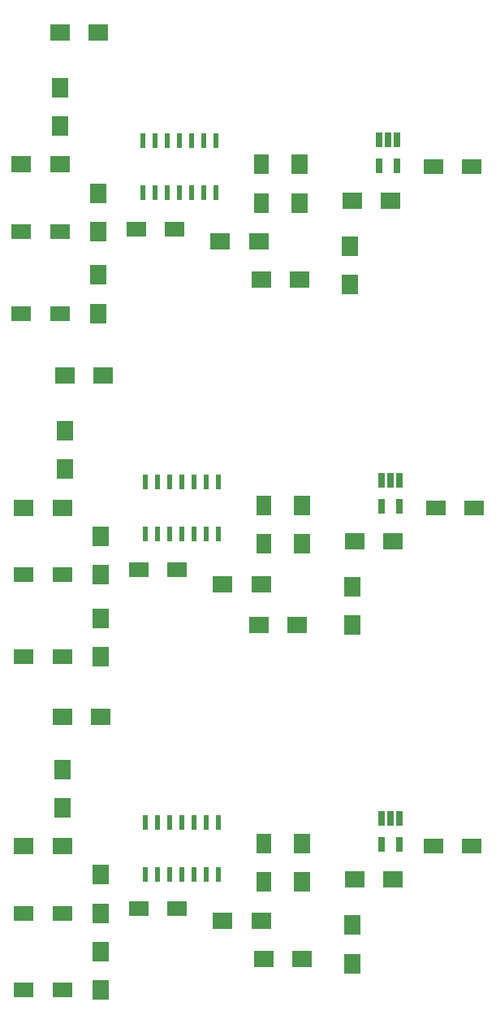
<source format=gtp>
G04 #@! TF.GenerationSoftware,KiCad,Pcbnew,(5.0.2)-1*
G04 #@! TF.CreationDate,2020-02-06T14:51:52-05:00*
G04 #@! TF.ProjectId,piezo_V2,7069657a-6f5f-4563-922e-6b696361645f,rev?*
G04 #@! TF.SameCoordinates,Original*
G04 #@! TF.FileFunction,Paste,Top*
G04 #@! TF.FilePolarity,Positive*
%FSLAX46Y46*%
G04 Gerber Fmt 4.6, Leading zero omitted, Abs format (unit mm)*
G04 Created by KiCad (PCBNEW (5.0.2)-1) date 2/6/2020 2:51:52 PM*
%MOMM*%
%LPD*%
G01*
G04 APERTURE LIST*
%ADD10R,2.000000X1.600000*%
%ADD11R,1.600000X2.000000*%
%ADD12R,2.000000X1.700000*%
%ADD13R,1.700000X2.000000*%
%ADD14R,0.600000X1.500000*%
%ADD15R,0.650000X1.560000*%
G04 APERTURE END LIST*
D10*
G04 #@! TO.C,C1*
X142500000Y-61500000D03*
X138500000Y-61500000D03*
G04 #@! TD*
G04 #@! TO.C,C2*
X169500000Y-55000000D03*
X173500000Y-55000000D03*
G04 #@! TD*
D11*
G04 #@! TO.C,C3*
X151500000Y-58750000D03*
X151500000Y-54750000D03*
G04 #@! TD*
D10*
G04 #@! TO.C,C4*
X126500000Y-61750000D03*
X130500000Y-61750000D03*
G04 #@! TD*
G04 #@! TO.C,C5*
X126500000Y-70250000D03*
X130500000Y-70250000D03*
G04 #@! TD*
G04 #@! TO.C,C6*
X142750000Y-97000000D03*
X138750000Y-97000000D03*
G04 #@! TD*
G04 #@! TO.C,C7*
X169750000Y-90500000D03*
X173750000Y-90500000D03*
G04 #@! TD*
D11*
G04 #@! TO.C,C8*
X151750000Y-94250000D03*
X151750000Y-90250000D03*
G04 #@! TD*
D10*
G04 #@! TO.C,C9*
X126750000Y-97500000D03*
X130750000Y-97500000D03*
G04 #@! TD*
G04 #@! TO.C,C10*
X126750000Y-106000000D03*
X130750000Y-106000000D03*
G04 #@! TD*
G04 #@! TO.C,C11*
X142750000Y-132250000D03*
X138750000Y-132250000D03*
G04 #@! TD*
G04 #@! TO.C,C12*
X169500000Y-125750000D03*
X173500000Y-125750000D03*
G04 #@! TD*
D11*
G04 #@! TO.C,C13*
X151750000Y-129500000D03*
X151750000Y-125500000D03*
G04 #@! TD*
D10*
G04 #@! TO.C,C14*
X126750000Y-132750000D03*
X130750000Y-132750000D03*
G04 #@! TD*
G04 #@! TO.C,C15*
X126750000Y-140750000D03*
X130750000Y-140750000D03*
G04 #@! TD*
D12*
G04 #@! TO.C,R1*
X126500000Y-54750000D03*
X130500000Y-54750000D03*
G04 #@! TD*
D13*
G04 #@! TO.C,R2*
X134500000Y-57750000D03*
X134500000Y-61750000D03*
G04 #@! TD*
G04 #@! TO.C,R3*
X134500000Y-66250000D03*
X134500000Y-70250000D03*
G04 #@! TD*
G04 #@! TO.C,R4*
X130500000Y-46750000D03*
X130500000Y-50750000D03*
G04 #@! TD*
G04 #@! TO.C,R5*
X155500000Y-54750000D03*
X155500000Y-58750000D03*
G04 #@! TD*
D12*
G04 #@! TO.C,R6*
X147250000Y-62750000D03*
X151250000Y-62750000D03*
G04 #@! TD*
G04 #@! TO.C,R7*
X134500000Y-41000000D03*
X130500000Y-41000000D03*
G04 #@! TD*
G04 #@! TO.C,R8*
X151500000Y-66750000D03*
X155500000Y-66750000D03*
G04 #@! TD*
G04 #@! TO.C,R9*
X161000000Y-58500000D03*
X165000000Y-58500000D03*
G04 #@! TD*
D13*
G04 #@! TO.C,R10*
X160750000Y-63250000D03*
X160750000Y-67250000D03*
G04 #@! TD*
D12*
G04 #@! TO.C,R11*
X126750000Y-90500000D03*
X130750000Y-90500000D03*
G04 #@! TD*
D13*
G04 #@! TO.C,R12*
X134750000Y-93500000D03*
X134750000Y-97500000D03*
G04 #@! TD*
G04 #@! TO.C,R13*
X134750000Y-102000000D03*
X134750000Y-106000000D03*
G04 #@! TD*
G04 #@! TO.C,R14*
X131000000Y-82500000D03*
X131000000Y-86500000D03*
G04 #@! TD*
G04 #@! TO.C,R15*
X155750000Y-90250000D03*
X155750000Y-94250000D03*
G04 #@! TD*
D12*
G04 #@! TO.C,R16*
X147500000Y-98500000D03*
X151500000Y-98500000D03*
G04 #@! TD*
G04 #@! TO.C,R17*
X135000000Y-76750000D03*
X131000000Y-76750000D03*
G04 #@! TD*
G04 #@! TO.C,R18*
X151250000Y-102750000D03*
X155250000Y-102750000D03*
G04 #@! TD*
G04 #@! TO.C,R19*
X161250000Y-94000000D03*
X165250000Y-94000000D03*
G04 #@! TD*
D13*
G04 #@! TO.C,R20*
X161000000Y-98750000D03*
X161000000Y-102750000D03*
G04 #@! TD*
D12*
G04 #@! TO.C,R21*
X126750000Y-125750000D03*
X130750000Y-125750000D03*
G04 #@! TD*
D13*
G04 #@! TO.C,R22*
X134750000Y-128750000D03*
X134750000Y-132750000D03*
G04 #@! TD*
G04 #@! TO.C,R23*
X134750000Y-136750000D03*
X134750000Y-140750000D03*
G04 #@! TD*
G04 #@! TO.C,R24*
X130750000Y-117750000D03*
X130750000Y-121750000D03*
G04 #@! TD*
G04 #@! TO.C,R25*
X155750000Y-125500000D03*
X155750000Y-129500000D03*
G04 #@! TD*
D12*
G04 #@! TO.C,R26*
X147500000Y-133500000D03*
X151500000Y-133500000D03*
G04 #@! TD*
G04 #@! TO.C,R27*
X134750000Y-112250000D03*
X130750000Y-112250000D03*
G04 #@! TD*
G04 #@! TO.C,R28*
X151750000Y-137500000D03*
X155750000Y-137500000D03*
G04 #@! TD*
G04 #@! TO.C,R29*
X161250000Y-129250000D03*
X165250000Y-129250000D03*
G04 #@! TD*
D13*
G04 #@! TO.C,R30*
X161000000Y-134000000D03*
X161000000Y-138000000D03*
G04 #@! TD*
D14*
G04 #@! TO.C,U1*
X139190000Y-57700000D03*
X140460000Y-57700000D03*
X141730000Y-57700000D03*
X143000000Y-57700000D03*
X144270000Y-57700000D03*
X145540000Y-57700000D03*
X146810000Y-57700000D03*
X146810000Y-52300000D03*
X145540000Y-52300000D03*
X144270000Y-52300000D03*
X143000000Y-52300000D03*
X141730000Y-52300000D03*
X140460000Y-52300000D03*
X139190000Y-52300000D03*
G04 #@! TD*
D15*
G04 #@! TO.C,U2*
X165700000Y-52150000D03*
X164750000Y-52150000D03*
X163800000Y-52150000D03*
X163800000Y-54850000D03*
X165700000Y-54850000D03*
G04 #@! TD*
D14*
G04 #@! TO.C,U3*
X139440000Y-93200000D03*
X140710000Y-93200000D03*
X141980000Y-93200000D03*
X143250000Y-93200000D03*
X144520000Y-93200000D03*
X145790000Y-93200000D03*
X147060000Y-93200000D03*
X147060000Y-87800000D03*
X145790000Y-87800000D03*
X144520000Y-87800000D03*
X143250000Y-87800000D03*
X141980000Y-87800000D03*
X140710000Y-87800000D03*
X139440000Y-87800000D03*
G04 #@! TD*
D15*
G04 #@! TO.C,U4*
X165950000Y-87650000D03*
X165000000Y-87650000D03*
X164050000Y-87650000D03*
X164050000Y-90350000D03*
X165950000Y-90350000D03*
G04 #@! TD*
D14*
G04 #@! TO.C,U5*
X139440000Y-128700000D03*
X140710000Y-128700000D03*
X141980000Y-128700000D03*
X143250000Y-128700000D03*
X144520000Y-128700000D03*
X145790000Y-128700000D03*
X147060000Y-128700000D03*
X147060000Y-123300000D03*
X145790000Y-123300000D03*
X144520000Y-123300000D03*
X143250000Y-123300000D03*
X141980000Y-123300000D03*
X140710000Y-123300000D03*
X139440000Y-123300000D03*
G04 #@! TD*
D15*
G04 #@! TO.C,U6*
X165950000Y-122900000D03*
X165000000Y-122900000D03*
X164050000Y-122900000D03*
X164050000Y-125600000D03*
X165950000Y-125600000D03*
G04 #@! TD*
M02*

</source>
